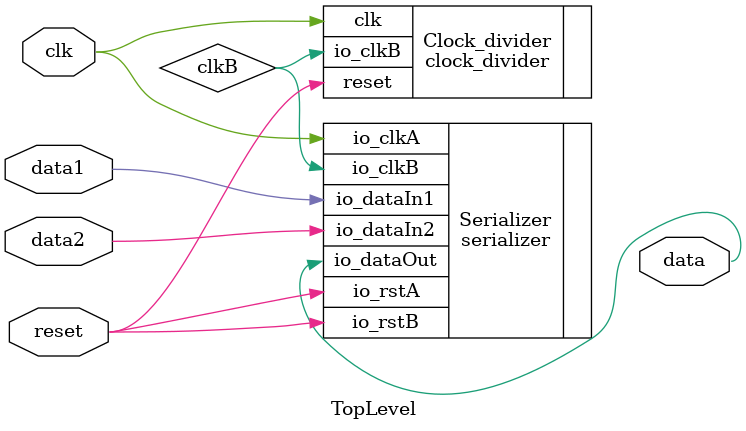
<source format=v>
module TopLevel(
  input clk,
  input reset,
  input data1,
  input data2,
  output data);

clock_divider Clock_divider ( 
      .io_clkB        (clkB),
      .clk            (clk),
      .reset          (reset));

serializer Serializer (
      .io_clkA        (clk),
      .io_rstA        (reset),
      .io_clkB        (clkB),
      .io_rstB        (reset),
      .io_dataIn1     (data1),
      .io_dataIn2     (data2),
      .io_dataOut     (data));
endmodule



</source>
